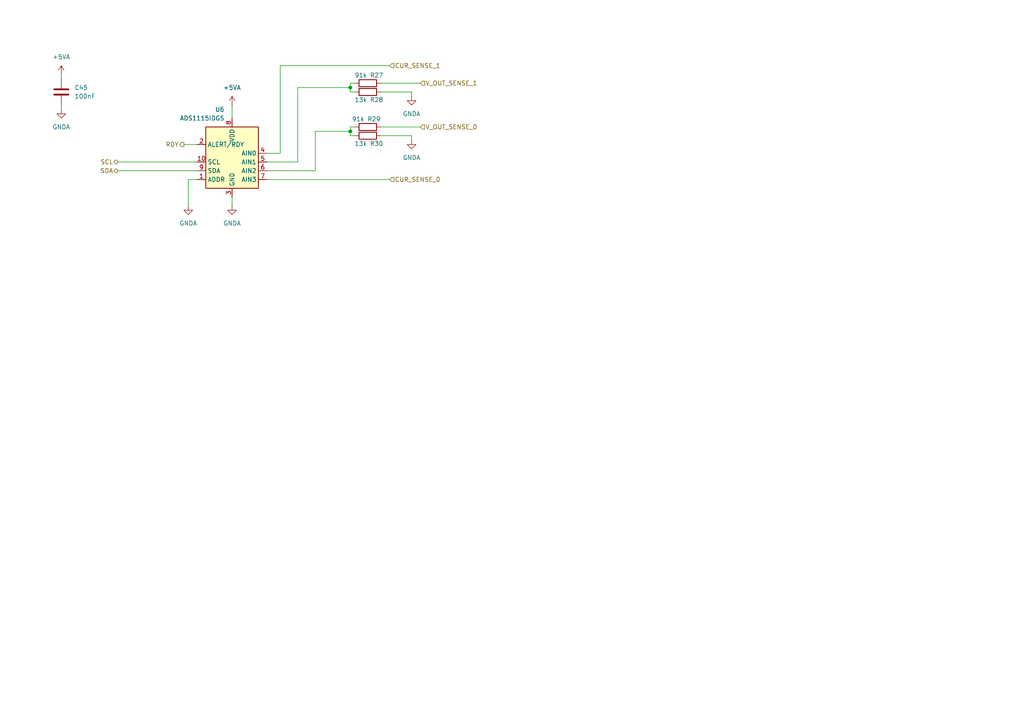
<source format=kicad_sch>
(kicad_sch (version 20231120) (generator "eeschema") (generator_version "8.0")
  (paper "A4")
  (lib_symbols
    (symbol "Analog_ADC:ADS1115IDGS"
      (property "Reference" "U" (at 2.54 13.97 0))
      (property "Value" "ADS1115IDGS" (at 7.62 11.43 0))
      (symbol "ADS1115IDGS_0_1"
        (rectangle (start -7.62 10.16) (end 7.62 -7.62) (stroke (width 0.254)) (fill (type background)))
      )
      (symbol "ADS1115IDGS_1_1"
        (pin input line (at 10.16 -5.08 180) (length 2.54) (name "ADDR") (number "1"))
        (pin input line (at 10.16 0 180) (length 2.54) (name "SCL") (number "10"))
        (pin output line (at 10.16 5.08 180) (length 2.54) (name "ALERT/RDY") (number "2"))
        (pin power_in line (at 0 -10.16 90) (length 2.54) (name "GND") (number "3"))
        (pin input line (at -10.16 2.54 0) (length 2.54) (name "AIN0") (number "4"))
        (pin input line (at -10.16 0 0) (length 2.54) (name "AIN1") (number "5"))
        (pin input line (at -10.16 -2.54 0) (length 2.54) (name "AIN2") (number "6"))
        (pin input line (at -10.16 -5.08 0) (length 2.54) (name "AIN3") (number "7"))
        (pin power_in line (at 0 12.7 270) (length 2.54) (name "VDD") (number "8"))
        (pin bidirectional line (at 10.16 -2.54 180) (length 2.54) (name "SDA") (number "9"))
      )
    )
    (symbol "Device:C" (pin_numbers hide) (pin_names (offset 0.254))
      (property "Reference" "C" (at 0.635 2.54 0))
      (property "Value" "C" (at 0.635 -2.54 0))
      (symbol "C_0_1"
        (polyline (pts (xy -2.032 -0.762) (xy 2.032 -0.762)) (stroke (width 0.508)))
        (polyline (pts (xy -2.032 0.762) (xy 2.032 0.762)) (stroke (width 0.508)))
      )
      (symbol "C_1_1"
        (pin passive line (at 0 3.81 270) (length 2.794) (name "~") (number "1"))
        (pin passive line (at 0 -3.81 90) (length 2.794) (name "~") (number "2"))
      )
    )
    (symbol "Device:R" (pin_numbers hide) (pin_names (offset 0))
      (property "Reference" "R" (at 2.032 0 90))
      (property "Value" "R" (at 0 0 90))
      (symbol "R_0_1"
        (rectangle (start -1.016 -2.54) (end 1.016 2.54) (stroke (width 0.254)))
      )
      (symbol "R_1_1"
        (pin passive line (at 0 3.81 270) (length 1.27) (name "~") (number "1"))
        (pin passive line (at 0 -3.81 90) (length 1.27) (name "~") (number "2"))
      )
    )
    (symbol "power:+5VA" (power) (pin_numbers hide) (pin_names (offset 0) hide)
      (property "Value" "+5VA" (at 0 3.556 0))
      (symbol "+5VA_0_1"
        (polyline (pts (xy -0.762 1.27) (xy 0 2.54)))
        (polyline (pts (xy 0 0) (xy 0 2.54)))
        (polyline (pts (xy 0 2.54) (xy 0.762 1.27)))
      )
      (symbol "+5VA_1_1"
        (pin power_in line (at 0 0 90) (length 0) (name "~") (number "1"))
      )
    )
    (symbol "power:GNDA" (power) (pin_numbers hide) (pin_names (offset 0) hide)
      (property "Value" "GNDA" (at 0 -3.81 0))
      (symbol "GNDA_0_1"
        (polyline (pts (xy 0 0) (xy 0 -1.27) (xy 1.27 -1.27) (xy 0 -2.54) (xy -1.27 -1.27) (xy 0 -1.27)))
      )
      (symbol "GNDA_1_1"
        (pin power_in line (at 0 0 270) (length 0) (name "~") (number "1"))
      )
    )
  )
  (junction (at 101.6 25.4))
  (junction (at 101.6 38.1))
  (wire (pts (xy 101.6 26.67) (xy 102.87 26.67)))
  (wire (pts (xy 110.49 26.67) (xy 119.38 26.67)))
  (wire (pts (xy 17.78 31.75) (xy 17.78 30.48)))
  (wire (pts (xy 101.6 24.13) (xy 101.6 25.4)))
  (wire (pts (xy 101.6 38.1) (xy 101.6 39.37)))
  (wire (pts (xy 110.49 36.83) (xy 121.92 36.83)))
  (wire (pts (xy 34.29 46.99) (xy 57.15 46.99)))
  (wire (pts (xy 54.61 59.69) (xy 54.61 52.07)))
  (wire (pts (xy 77.47 44.45) (xy 81.28 44.45)))
  (wire (pts (xy 119.38 26.67) (xy 119.38 27.94)))
  (wire (pts (xy 53.34 41.91) (xy 57.15 41.91)))
  (wire (pts (xy 34.29 49.53) (xy 57.15 49.53)))
  (wire (pts (xy 54.61 52.07) (xy 57.15 52.07)))
  (wire (pts (xy 91.44 38.1) (xy 91.44 49.53)))
  (wire (pts (xy 101.6 36.83) (xy 101.6 38.1)))
  (wire (pts (xy 101.6 38.1) (xy 91.44 38.1)))
  (wire (pts (xy 101.6 25.4) (xy 101.6 26.67)))
  (wire (pts (xy 110.49 39.37) (xy 119.38 39.37)))
  (wire (pts (xy 67.31 30.48) (xy 67.31 34.29)))
  (wire (pts (xy 110.49 24.13) (xy 121.92 24.13)))
  (wire (pts (xy 67.31 57.15) (xy 67.31 59.69)))
  (wire (pts (xy 101.6 39.37) (xy 102.87 39.37)))
  (wire (pts (xy 119.38 40.64) (xy 119.38 39.37)))
  (wire (pts (xy 17.78 22.86) (xy 17.78 21.59)))
  (wire (pts (xy 101.6 25.4) (xy 86.36 25.4)))
  (wire (pts (xy 102.87 24.13) (xy 101.6 24.13)))
  (wire (pts (xy 86.36 25.4) (xy 86.36 46.99)))
  (wire (pts (xy 81.28 19.05) (xy 113.03 19.05)))
  (wire (pts (xy 81.28 19.05) (xy 81.28 44.45)))
  (wire (pts (xy 102.87 36.83) (xy 101.6 36.83)))
  (wire (pts (xy 77.47 46.99) (xy 86.36 46.99)))
  (wire (pts (xy 77.47 49.53) (xy 91.44 49.53)))
  (wire (pts (xy 77.47 52.07) (xy 113.03 52.07)))
  (hierarchical_label "SCL" (shape bidirectional) (at 34.29 46.99 180))
  (hierarchical_label "CUR_SENSE_1" (shape input) (at 113.03 19.05 0))
  (hierarchical_label "V_OUT_SENSE_0" (shape input) (at 121.92 36.83 0))
  (hierarchical_label "RDY" (shape output) (at 53.34 41.91 180))
  (hierarchical_label "SDA" (shape bidirectional) (at 34.29 49.53 180))
  (hierarchical_label "CUR_SENSE_0" (shape input) (at 113.03 52.07 0))
  (hierarchical_label "V_OUT_SENSE_1" (shape input) (at 121.92 24.13 0))
  (symbol (lib_id "Device:R") (at 106.68 24.13 270) (mirror x) (unit 1)
    (property "Reference" "R27" (at 109.22 21.844 90))
    (property "Value" "91k" (at 104.648 21.844 90))
    (property "Footprint" "Resistor_SMD:R_0603_1608Metric" (effects (hide yes)))
    (property "Description" "Resistor" (effects (hide yes)))
    (property "LCSC" "C23265" (effects (hide yes)))
  )
  (symbol (lib_id "Device:R") (at 106.68 26.67 270) (unit 1)
    (property "Reference" "R28" (at 109.22 28.956 90))
    (property "Value" "13k" (at 104.648 28.956 90))
    (property "Footprint" "Resistor_SMD:R_0603_1608Metric" (effects (hide yes)))
    (property "Description" "Resistor" (effects (hide yes)))
    (property "LCSC" "C22797" (effects (hide yes)))
  )
  (symbol (lib_id "power:GNDA") (at 119.38 40.64 0) (unit 1)
    (property "Reference" "#PWR087" (effects (hide yes)))
    (property "Value" "GNDA" (at 119.38 45.72 0))
    (property "Description" "Power symbol creates a global label with name \"GNDA\" , analog ground" (effects (hide yes)))
  )
  (symbol (lib_id "power:GNDA") (at 17.78 31.75 0) (unit 1)
    (property "Reference" "#PWR082" (effects (hide yes)))
    (property "Value" "GNDA" (at 17.78 36.83 0))
    (property "Description" "Power symbol creates a global label with name \"GNDA\" , analog ground" (effects (hide yes)))
  )
  (symbol (lib_id "power:GNDA") (at 67.31 59.69 0) (unit 1)
    (property "Reference" "#PWR085" (effects (hide yes)))
    (property "Value" "GNDA" (at 67.31 64.77 0))
    (property "Description" "Power symbol creates a global label with name \"GNDA\" , analog ground" (effects (hide yes)))
  )
  (symbol (lib_id "power:+5VA") (at 17.78 21.59 0) (unit 1)
    (property "Reference" "#PWR081" (effects (hide yes)))
    (property "Value" "+5VA" (at 17.78 16.51 0))
    (property "Description" "Power symbol creates a global label with name \"+5VA\"" (effects (hide yes)))
  )
  (symbol (lib_id "power:GNDA") (at 54.61 59.69 0) (unit 1)
    (property "Reference" "#PWR083" (effects (hide yes)))
    (property "Value" "GNDA" (at 54.61 64.77 0))
    (property "Description" "Power symbol creates a global label with name \"GNDA\" , analog ground" (effects (hide yes)))
  )
  (symbol (lib_id "Device:R") (at 106.68 36.83 270) (mirror x) (unit 1)
    (property "Reference" "R29" (at 108.458 34.544 90))
    (property "Value" "91k" (at 103.886 34.544 90))
    (property "Footprint" "Resistor_SMD:R_0603_1608Metric" (effects (hide yes)))
    (property "Description" "Resistor" (effects (hide yes)))
    (property "LCSC" "C23265" (effects (hide yes)))
  )
  (symbol (lib_id "Analog_ADC:ADS1115IDGS") (at 67.31 46.99 0) (mirror y) (unit 1)
    (property "Reference" "U6" (at 65.1159 31.75 0) (effects (justify left)))
    (property "Value" "ADS1115IDGS" (at 65.1159 34.29 0) (effects (justify left)))
    (property "Footprint" "Package_SO:TSSOP-10_3x3mm_P0.5mm" (effects (hide yes)))
    (property "Datasheet" "http://www.ti.com/lit/ds/symlink/ads1113.pdf" (effects (hide yes)))
    (property "Description" "Ultra-Small, Low-Power, I2C-Compatible, 860-SPS, 16-Bit ADCs With Internal Reference, Oscillator, and Programmable Comparator, VSSOP-10" (effects (hide yes)))
    (property "LCSC" "C37593" (effects (hide yes)))
  )
  (symbol (lib_id "power:GNDA") (at 119.38 27.94 0) (unit 1)
    (property "Reference" "#PWR0267" (effects (hide yes)))
    (property "Value" "GNDA" (at 119.38 33.02 0))
    (property "Description" "Power symbol creates a global label with name \"GNDA\" , analog ground" (effects (hide yes)))
  )
  (symbol (lib_id "Device:R") (at 106.68 39.37 270) (unit 1)
    (property "Reference" "R30" (at 109.22 41.656 90))
    (property "Value" "13k" (at 104.648 41.656 90))
    (property "Footprint" "Resistor_SMD:R_0603_1608Metric" (effects (hide yes)))
    (property "Description" "Resistor" (effects (hide yes)))
    (property "LCSC" "C22797" (effects (hide yes)))
  )
  (symbol (lib_id "power:+5VA") (at 67.31 30.48 0) (unit 1)
    (property "Reference" "#PWR084" (effects (hide yes)))
    (property "Value" "+5VA" (at 67.31 25.4 0))
    (property "Description" "Power symbol creates a global label with name \"+5VA\"" (effects (hide yes)))
  )
  (symbol (lib_id "Device:C") (at 17.78 26.67 0) (unit 1)
    (property "Reference" "C45" (at 21.59 25.3999 0) (effects (justify left)))
    (property "Value" "100nF" (at 21.59 27.9399 0) (effects (justify left)))
    (property "Footprint" "Capacitor_SMD:C_0603_1608Metric" (effects (hide yes)))
    (property "Description" "Unpolarized capacitor" (effects (hide yes)))
    (property "LCSC" "C14663" (effects (hide yes)))
  )
)
</source>
